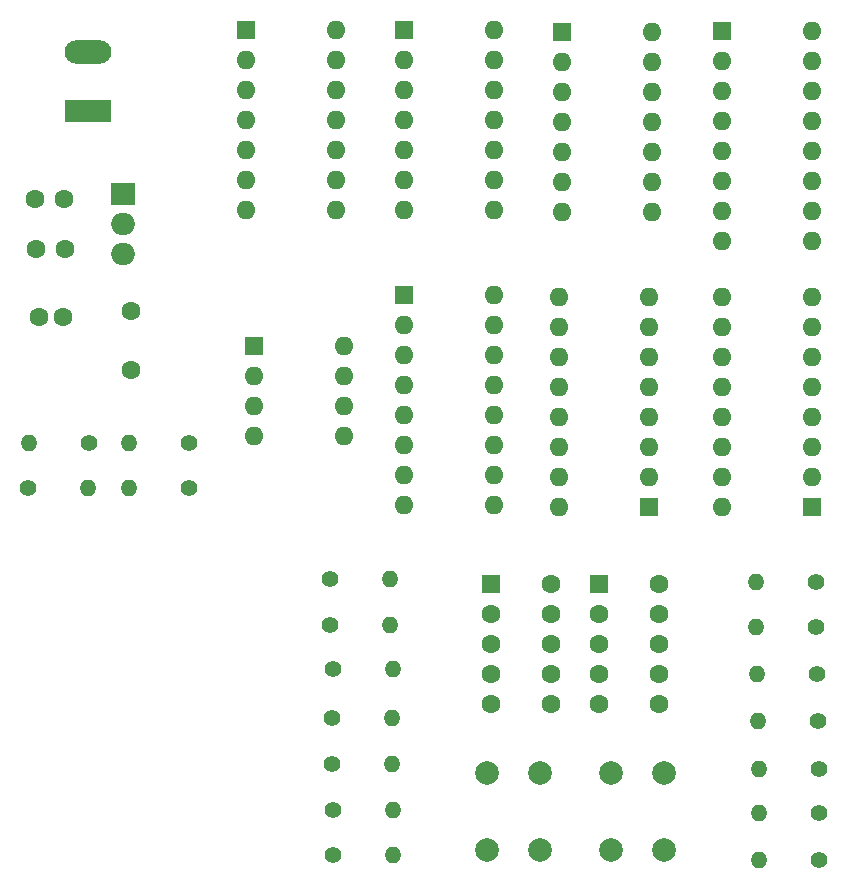
<source format=gbr>
%TF.GenerationSoftware,KiCad,Pcbnew,8.0.2*%
%TF.CreationDate,2024-05-14T22:55:47+03:00*%
%TF.ProjectId,practica,70726163-7469-4636-912e-6b696361645f,rev?*%
%TF.SameCoordinates,Original*%
%TF.FileFunction,Soldermask,Top*%
%TF.FilePolarity,Negative*%
%FSLAX46Y46*%
G04 Gerber Fmt 4.6, Leading zero omitted, Abs format (unit mm)*
G04 Created by KiCad (PCBNEW 8.0.2) date 2024-05-14 22:55:47*
%MOMM*%
%LPD*%
G01*
G04 APERTURE LIST*
%ADD10C,1.400000*%
%ADD11O,1.400000X1.400000*%
%ADD12C,1.600000*%
%ADD13R,1.600000X1.600000*%
%ADD14O,1.600000X1.600000*%
%ADD15C,2.000000*%
%ADD16R,2.000000X1.905000*%
%ADD17O,2.000000X1.905000*%
%ADD18R,3.960000X1.980000*%
%ADD19O,3.960000X1.980000*%
G04 APERTURE END LIST*
D10*
%TO.C,R1*%
X177977800Y-80848200D03*
D11*
X183057800Y-80848200D03*
%TD*%
D10*
%TO.C,R8*%
X219329000Y-104622600D03*
D11*
X214249000Y-104622600D03*
%TD*%
D12*
%TO.C,C4*%
X155342400Y-58680600D03*
X153342400Y-58680600D03*
%TD*%
D13*
%TO.C,U2*%
X197622000Y-34564400D03*
D14*
X197622000Y-37104400D03*
X197622000Y-39644400D03*
X197622000Y-42184400D03*
X197622000Y-44724400D03*
X197622000Y-47264400D03*
X197622000Y-49804400D03*
X205242000Y-49804400D03*
X205242000Y-47264400D03*
X205242000Y-44724400D03*
X205242000Y-42184400D03*
X205242000Y-39644400D03*
X205242000Y-37104400D03*
X205242000Y-34564400D03*
%TD*%
D15*
%TO.C,SW2*%
X206237400Y-97283200D03*
X206237400Y-103783200D03*
X201737400Y-97283200D03*
X201737400Y-103783200D03*
%TD*%
D10*
%TO.C,1K*%
X152425400Y-73177400D03*
D11*
X157505400Y-73177400D03*
%TD*%
D12*
%TO.C,C2*%
X152953400Y-48691800D03*
X155453400Y-48691800D03*
%TD*%
D10*
%TO.C,10K*%
X165989000Y-69342000D03*
D11*
X160909000Y-69342000D03*
%TD*%
D10*
%TO.C,R5*%
X178155600Y-96545400D03*
D11*
X183235600Y-96545400D03*
%TD*%
D10*
%TO.C,R12*%
X219151200Y-88925400D03*
D11*
X214071200Y-88925400D03*
%TD*%
D10*
%TO.C,R14*%
X219100400Y-84963000D03*
D11*
X214020400Y-84963000D03*
%TD*%
D13*
%TO.C,U4*%
X170865800Y-34417000D03*
D14*
X170865800Y-36957000D03*
X170865800Y-39497000D03*
X170865800Y-42037000D03*
X170865800Y-44577000D03*
X170865800Y-47117000D03*
X170865800Y-49657000D03*
X178485800Y-49657000D03*
X178485800Y-47117000D03*
X178485800Y-44577000D03*
X178485800Y-42037000D03*
X178485800Y-39497000D03*
X178485800Y-36957000D03*
X178485800Y-34417000D03*
%TD*%
D13*
%TO.C,U7*%
X184261600Y-56860200D03*
D14*
X184261600Y-59400200D03*
X184261600Y-61940200D03*
X184261600Y-64480200D03*
X184261600Y-67020200D03*
X184261600Y-69560200D03*
X184261600Y-72100200D03*
X184261600Y-74640200D03*
X191881600Y-74640200D03*
X191881600Y-72100200D03*
X191881600Y-69560200D03*
X191881600Y-67020200D03*
X191881600Y-64480200D03*
X191881600Y-61940200D03*
X191881600Y-59400200D03*
X191881600Y-56860200D03*
%TD*%
D11*
%TO.C,1K*%
X160909000Y-73152000D03*
D10*
X165989000Y-73152000D03*
%TD*%
%TO.C,R4*%
X178155600Y-92608400D03*
D11*
X183235600Y-92608400D03*
%TD*%
D16*
%TO.C,U1*%
X160451800Y-48285400D03*
D17*
X160451800Y-50825400D03*
X160451800Y-53365400D03*
%TD*%
D13*
%TO.C,U10*%
X218734800Y-74762600D03*
D14*
X218734800Y-72222600D03*
X218734800Y-69682600D03*
X218734800Y-67142600D03*
X218734800Y-64602600D03*
X218734800Y-62062600D03*
X218734800Y-59522600D03*
X218734800Y-56982600D03*
X211114800Y-56982600D03*
X211114800Y-59522600D03*
X211114800Y-62062600D03*
X211114800Y-64602600D03*
X211114800Y-67142600D03*
X211114800Y-69682600D03*
X211114800Y-72222600D03*
X211114800Y-74762600D03*
%TD*%
D12*
%TO.C,C1*%
X153029600Y-52933600D03*
X155529600Y-52933600D03*
%TD*%
D10*
%TO.C,R10*%
X219379800Y-96951800D03*
D11*
X214299800Y-96951800D03*
%TD*%
D13*
%TO.C,U9*%
X171510800Y-61147800D03*
D14*
X171510800Y-63687800D03*
X171510800Y-66227800D03*
X171510800Y-68767800D03*
X179130800Y-68767800D03*
X179130800Y-66227800D03*
X179130800Y-63687800D03*
X179130800Y-61147800D03*
%TD*%
D13*
%TO.C,U11*%
X200707100Y-81291700D03*
D12*
X200707100Y-83831700D03*
X200707100Y-86371700D03*
X200707100Y-88911700D03*
X200707100Y-91451700D03*
X205787100Y-91451700D03*
X205787100Y-88911700D03*
X205787100Y-86371700D03*
X205787100Y-83831700D03*
X205787100Y-81291700D03*
%TD*%
D10*
%TO.C,R11*%
X219278200Y-92862400D03*
D11*
X214198200Y-92862400D03*
%TD*%
D10*
%TO.C,R2*%
X177952400Y-84734400D03*
D11*
X183032400Y-84734400D03*
%TD*%
D12*
%TO.C,C3*%
X161096400Y-63187200D03*
X161096400Y-58187200D03*
%TD*%
D10*
%TO.C,R13*%
X219100400Y-81153000D03*
D11*
X214020400Y-81153000D03*
%TD*%
D10*
%TO.C,R9*%
X219379800Y-100685600D03*
D11*
X214299800Y-100685600D03*
%TD*%
D10*
%TO.C,R3*%
X178181000Y-88519000D03*
D11*
X183261000Y-88519000D03*
%TD*%
D18*
%TO.C,J1*%
X157505400Y-41220400D03*
D19*
X157505400Y-36220400D03*
%TD*%
D10*
%TO.C,R6*%
X178181000Y-100431600D03*
D11*
X183261000Y-100431600D03*
%TD*%
D13*
%TO.C,U3*%
X184236200Y-34386600D03*
D14*
X184236200Y-36926600D03*
X184236200Y-39466600D03*
X184236200Y-42006600D03*
X184236200Y-44546600D03*
X184236200Y-47086600D03*
X184236200Y-49626600D03*
X191856200Y-49626600D03*
X191856200Y-47086600D03*
X191856200Y-44546600D03*
X191856200Y-42006600D03*
X191856200Y-39466600D03*
X191856200Y-36926600D03*
X191856200Y-34386600D03*
%TD*%
D10*
%TO.C,R7*%
X178231800Y-104216200D03*
D11*
X183311800Y-104216200D03*
%TD*%
D10*
%TO.C,300*%
X157530800Y-69316600D03*
D11*
X152450800Y-69316600D03*
%TD*%
D13*
%TO.C,U6*%
X204942600Y-74737200D03*
D14*
X204942600Y-72197200D03*
X204942600Y-69657200D03*
X204942600Y-67117200D03*
X204942600Y-64577200D03*
X204942600Y-62037200D03*
X204942600Y-59497200D03*
X204942600Y-56957200D03*
X197322600Y-56957200D03*
X197322600Y-59497200D03*
X197322600Y-62037200D03*
X197322600Y-64577200D03*
X197322600Y-67117200D03*
X197322600Y-69657200D03*
X197322600Y-72197200D03*
X197322600Y-74737200D03*
%TD*%
D13*
%TO.C,U5*%
X191594600Y-81309200D03*
D12*
X191594600Y-83849200D03*
X191594600Y-86389200D03*
X191594600Y-88929200D03*
X191594600Y-91469200D03*
X196674600Y-91469200D03*
X196674600Y-88929200D03*
X196674600Y-86389200D03*
X196674600Y-83849200D03*
X196674600Y-81309200D03*
%TD*%
D15*
%TO.C,SW1*%
X195737400Y-97283200D03*
X195737400Y-103783200D03*
X191237400Y-97283200D03*
X191237400Y-103783200D03*
%TD*%
D13*
%TO.C,U8*%
X211109400Y-34432000D03*
D14*
X211109400Y-36972000D03*
X211109400Y-39512000D03*
X211109400Y-42052000D03*
X211109400Y-44592000D03*
X211109400Y-47132000D03*
X211109400Y-49672000D03*
X211109400Y-52212000D03*
X218729400Y-52212000D03*
X218729400Y-49672000D03*
X218729400Y-47132000D03*
X218729400Y-44592000D03*
X218729400Y-42052000D03*
X218729400Y-39512000D03*
X218729400Y-36972000D03*
X218729400Y-34432000D03*
%TD*%
M02*

</source>
